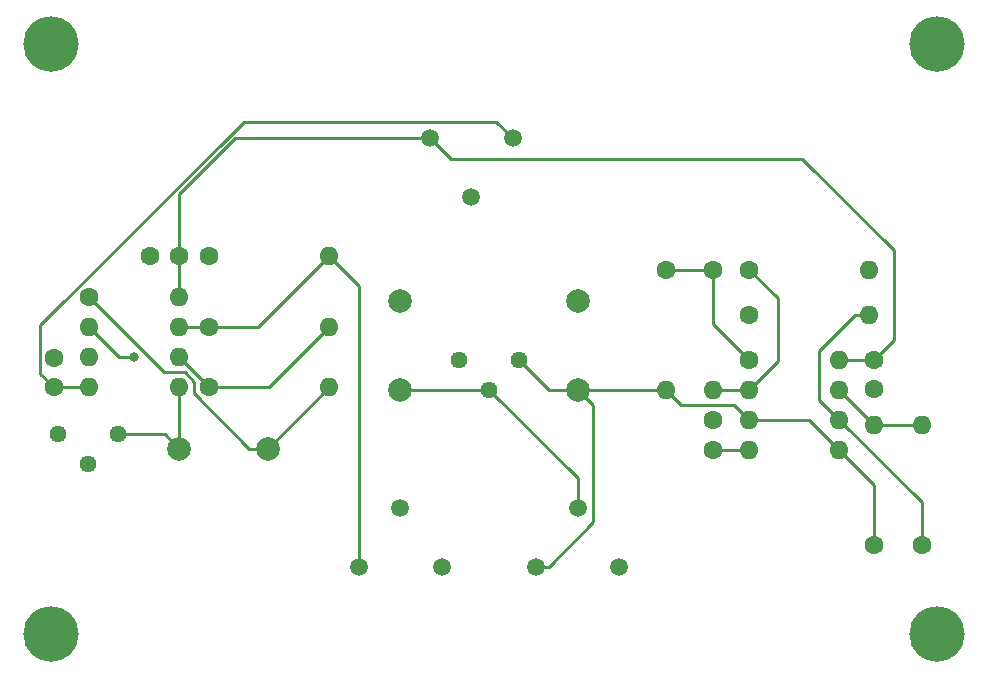
<source format=gtl>
G04 #@! TF.GenerationSoftware,KiCad,Pcbnew,7.0.1*
G04 #@! TF.CreationDate,2023-05-01T00:30:29+02:00*
G04 #@! TF.ProjectId,ChuaCircuits,43687561-4369-4726-9375-6974732e6b69,rev?*
G04 #@! TF.SameCoordinates,Original*
G04 #@! TF.FileFunction,Copper,L1,Top*
G04 #@! TF.FilePolarity,Positive*
%FSLAX46Y46*%
G04 Gerber Fmt 4.6, Leading zero omitted, Abs format (unit mm)*
G04 Created by KiCad (PCBNEW 7.0.1) date 2023-05-01 00:30:29*
%MOMM*%
%LPD*%
G01*
G04 APERTURE LIST*
G04 #@! TA.AperFunction,ComponentPad*
%ADD10C,4.700000*%
G04 #@! TD*
G04 #@! TA.AperFunction,ComponentPad*
%ADD11C,1.500000*%
G04 #@! TD*
G04 #@! TA.AperFunction,ComponentPad*
%ADD12O,1.600000X1.600000*%
G04 #@! TD*
G04 #@! TA.AperFunction,ComponentPad*
%ADD13C,1.600000*%
G04 #@! TD*
G04 #@! TA.AperFunction,ComponentPad*
%ADD14C,2.000000*%
G04 #@! TD*
G04 #@! TA.AperFunction,ComponentPad*
%ADD15C,1.440000*%
G04 #@! TD*
G04 #@! TA.AperFunction,ViaPad*
%ADD16C,0.800000*%
G04 #@! TD*
G04 #@! TA.AperFunction,Conductor*
%ADD17C,0.250000*%
G04 #@! TD*
G04 APERTURE END LIST*
D10*
X148559999Y-116529999D03*
X73560001Y-116529999D03*
X148559999Y-66530001D03*
X73559998Y-66530000D03*
D11*
X121620000Y-110840000D03*
X118120000Y-105840000D03*
X114620000Y-110840000D03*
X106620000Y-110840000D03*
X103120000Y-105840000D03*
X99620000Y-110840000D03*
D12*
X125620000Y-95840000D03*
D13*
X125620000Y-85680000D03*
X73760000Y-93140000D03*
X73760000Y-95640000D03*
D14*
X118120000Y-88340000D03*
X118120000Y-95840000D03*
D11*
X105620000Y-74560000D03*
X109120000Y-79560000D03*
X112620000Y-74560000D03*
D13*
X84380000Y-84520000D03*
X81880000Y-84520000D03*
D14*
X103120000Y-88340000D03*
X103120000Y-95840000D03*
D15*
X108080000Y-93300000D03*
X110620000Y-95840000D03*
X113160000Y-93300000D03*
D12*
X129620000Y-95840000D03*
D13*
X129620000Y-85680000D03*
D12*
X142780000Y-89490000D03*
D13*
X132620000Y-89490000D03*
X129620000Y-98420000D03*
X129620000Y-100920000D03*
D15*
X74100000Y-99615000D03*
X76640000Y-102155000D03*
X79180000Y-99615000D03*
D12*
X143240000Y-98840000D03*
D13*
X143240000Y-109000000D03*
D12*
X140240000Y-93300000D03*
X140240000Y-95840000D03*
X140240000Y-98380000D03*
X140240000Y-100920000D03*
X132620000Y-100920000D03*
X132620000Y-98380000D03*
X132620000Y-95840000D03*
D13*
X132620000Y-93300000D03*
D12*
X97080000Y-90560000D03*
D13*
X86920000Y-90560000D03*
D12*
X147240000Y-98840000D03*
D13*
X147240000Y-109000000D03*
D12*
X97080000Y-95640000D03*
D13*
X86920000Y-95640000D03*
D14*
X91880000Y-100840000D03*
X84380000Y-100840000D03*
D12*
X97080000Y-84520000D03*
D13*
X86920000Y-84520000D03*
X143240000Y-95800000D03*
X143240000Y-93300000D03*
D12*
X142780000Y-85680000D03*
D13*
X132620000Y-85680000D03*
D12*
X84380000Y-88020000D03*
X84380000Y-90560000D03*
X84380000Y-93100000D03*
X84380000Y-95640000D03*
X76760000Y-95640000D03*
X76760000Y-93100000D03*
X76760000Y-90560000D03*
D13*
X76760000Y-88020000D03*
D16*
X80560000Y-93100000D03*
D17*
X105620000Y-74560000D02*
X107360000Y-76300000D01*
X107360000Y-76300000D02*
X137150000Y-76300000D01*
X137150000Y-76300000D02*
X137235000Y-76385000D01*
X144890000Y-84040000D02*
X137235000Y-76385000D01*
X73760000Y-95640000D02*
X72635000Y-94515000D01*
X72635000Y-94515000D02*
X72635000Y-90365000D01*
X72635000Y-90365000D02*
X89850000Y-73150000D01*
X89850000Y-73150000D02*
X111210000Y-73150000D01*
X111210000Y-73150000D02*
X112620000Y-74560000D01*
X105620000Y-74560000D02*
X89076396Y-74560000D01*
X89076396Y-74560000D02*
X84380000Y-79256396D01*
X80560000Y-93100000D02*
X79930000Y-93100000D01*
X79300000Y-93100000D02*
X79930000Y-93100000D01*
X76760000Y-90560000D02*
X79300000Y-93100000D01*
X99620000Y-110840000D02*
X99620000Y-87060000D01*
X99620000Y-87060000D02*
X97080000Y-84520000D01*
X91040000Y-90560000D02*
X97080000Y-84520000D01*
X86920000Y-90560000D02*
X91040000Y-90560000D01*
X83710000Y-94369999D02*
X84845989Y-94369999D01*
X76760000Y-88020000D02*
X83109999Y-94369999D01*
X83109999Y-94369999D02*
X83710000Y-94369999D01*
X84845989Y-94369999D02*
X85649999Y-95174009D01*
X85649999Y-96159999D02*
X90330000Y-100840000D01*
X85649999Y-95174009D02*
X85649999Y-96159999D01*
X91880000Y-100840000D02*
X90330000Y-100840000D01*
X143240000Y-93300000D02*
X144890000Y-91650000D01*
X144890000Y-91650000D02*
X144890000Y-84040000D01*
X84380000Y-79256396D02*
X84380000Y-84520000D01*
X86920000Y-95640000D02*
X92000000Y-95640000D01*
X92000000Y-95640000D02*
X97080000Y-90560000D01*
X86920000Y-90560000D02*
X84380000Y-90560000D01*
X84380000Y-88020000D02*
X84380000Y-84520000D01*
X73760000Y-95640000D02*
X76760000Y-95640000D01*
X79180000Y-99615000D02*
X83155000Y-99615000D01*
X83155000Y-99615000D02*
X84380000Y-100840000D01*
X84380000Y-95640000D02*
X84380000Y-100840000D01*
X91880000Y-100840000D02*
X97080000Y-95640000D01*
X86920000Y-95640000D02*
X84380000Y-93100000D01*
X114620000Y-110840000D02*
X115680660Y-110840000D01*
X115680660Y-110840000D02*
X119440000Y-107080660D01*
X119440000Y-107080660D02*
X119440000Y-97160000D01*
X119440000Y-97160000D02*
X118120000Y-95840000D01*
X118120000Y-105840000D02*
X118120000Y-103340000D01*
X118120000Y-103340000D02*
X110620000Y-95840000D01*
X103120000Y-95840000D02*
X110620000Y-95840000D01*
X118120000Y-95840000D02*
X115700000Y-95840000D01*
X115700000Y-95840000D02*
X113160000Y-93300000D01*
X125620000Y-95840000D02*
X118120000Y-95840000D01*
X126909999Y-97129999D02*
X130930000Y-97129999D01*
X130930000Y-97129999D02*
X131369999Y-97129999D01*
X131369999Y-97129999D02*
X132620000Y-98380000D01*
X125620000Y-95840000D02*
X126909999Y-97129999D01*
X132620000Y-95840000D02*
X135050000Y-93410000D01*
X135050000Y-93410000D02*
X135050000Y-88110000D01*
X135050000Y-88110000D02*
X132620000Y-85680000D01*
X129620000Y-85680000D02*
X129620000Y-90300000D01*
X129620000Y-90300000D02*
X132620000Y-93300000D01*
X125620000Y-85680000D02*
X129620000Y-85680000D01*
X129620000Y-95840000D02*
X132620000Y-95840000D01*
X132620000Y-100920000D02*
X129620000Y-100920000D01*
X132620000Y-98380000D02*
X137700000Y-98380000D01*
X137700000Y-98380000D02*
X140240000Y-100920000D01*
X147240000Y-109000000D02*
X147240000Y-105380000D01*
X147240000Y-105380000D02*
X140240000Y-98380000D01*
X143240000Y-109000000D02*
X143240000Y-103920000D01*
X143240000Y-103920000D02*
X140240000Y-100920000D01*
X140240000Y-95840000D02*
X143240000Y-98840000D01*
X143240000Y-98840000D02*
X147240000Y-98840000D01*
X142780000Y-89490000D02*
X141648630Y-89490000D01*
X141648630Y-89490000D02*
X138550000Y-92588630D01*
X138550000Y-92588630D02*
X138550000Y-96690000D01*
X138550000Y-96690000D02*
X140240000Y-98380000D01*
X140240000Y-93300000D02*
X143240000Y-93300000D01*
M02*

</source>
